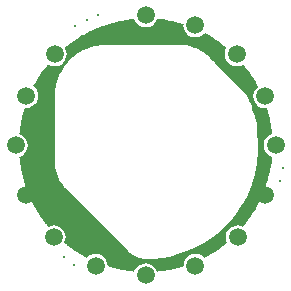
<source format=gbl>
G04*
G04 #@! TF.GenerationSoftware,Altium Limited,Altium Designer,19.1.5 (86)*
G04*
G04 Layer_Physical_Order=2*
G04 Layer_Color=16711680*
%FSAX25Y25*%
%MOIN*%
G70*
G01*
G75*
%ADD12C,0.00984*%
%ADD13C,0.05906*%
G36*
X0149036Y0201314D02*
X0149669Y0200488D01*
X0150495Y0199854D01*
X0151456Y0199456D01*
X0152488Y0199320D01*
X0153520Y0199456D01*
X0154482Y0199854D01*
X0155307Y0200488D01*
X0155941Y0201314D01*
X0156273Y0202117D01*
X0156928Y0202065D01*
X0157215Y0202011D01*
X0157502Y0201937D01*
X0157502Y0201937D01*
X0157987Y0201940D01*
X0159797Y0201653D01*
X0160210Y0201588D01*
X0160466Y0201528D01*
X0160775Y0201441D01*
X0160775Y0201441D01*
X0161265Y0201378D01*
X0163453Y0200853D01*
X0163540Y0200827D01*
X0164004Y0200680D01*
D01*
X0164489Y0200560D01*
X0165092Y0200364D01*
X0165034Y0199928D01*
X0165170Y0198896D01*
X0165569Y0197934D01*
X0166202Y0197109D01*
X0167028Y0196475D01*
X0167990Y0196077D01*
X0169021Y0195941D01*
X0170053Y0196077D01*
X0171015Y0196475D01*
X0171841Y0197109D01*
X0172109Y0197459D01*
X0172764Y0197125D01*
X0172789Y0197112D01*
X0173105Y0196925D01*
X0173110Y0196908D01*
X0173187Y0196876D01*
X0173596Y0196657D01*
X0175541Y0195465D01*
X0175932Y0195163D01*
X0176012Y0195130D01*
X0176435Y0194867D01*
X0178315Y0193501D01*
X0178600Y0193198D01*
X0178814Y0193071D01*
X0178857Y0193045D01*
X0179094Y0192884D01*
X0179515Y0192523D01*
X0179350Y0192308D01*
X0178952Y0191347D01*
X0178816Y0190315D01*
X0178952Y0189283D01*
X0179350Y0188321D01*
X0179984Y0187496D01*
X0180810Y0186862D01*
X0181771Y0186464D01*
X0182803Y0186328D01*
X0183835Y0186464D01*
X0184797Y0186862D01*
X0185012Y0187027D01*
X0185424Y0186544D01*
X0185477Y0186464D01*
X0185560Y0186325D01*
X0185686Y0186112D01*
X0185686Y0186112D01*
X0186031Y0185770D01*
X0187355Y0183947D01*
X0187618Y0183523D01*
X0187651Y0183444D01*
X0187953Y0183053D01*
X0189145Y0181108D01*
X0189174Y0181054D01*
X0189396Y0180622D01*
X0189396Y0180622D01*
X0189655Y0180195D01*
X0189989Y0179538D01*
X0189509Y0179170D01*
X0188875Y0178344D01*
X0188477Y0177383D01*
X0188341Y0176351D01*
X0188477Y0175319D01*
X0188875Y0174357D01*
X0189509Y0173532D01*
X0190334Y0172898D01*
X0191296Y0172500D01*
X0192328Y0172364D01*
X0192906Y0172440D01*
X0193075Y0171919D01*
X0193078Y0171911D01*
X0193176Y0171531D01*
X0193168Y0171516D01*
X0193200Y0171439D01*
X0193341Y0170964D01*
X0193895Y0168655D01*
X0193929Y0168286D01*
X0194016Y0167978D01*
X0194016Y0167978D01*
X0194042Y0167867D01*
X0194076Y0167721D01*
X0194141Y0167309D01*
X0194371Y0165858D01*
X0194449Y0165364D01*
X0194425Y0165014D01*
X0194499Y0164727D01*
Y0164727D01*
X0194520Y0164615D01*
X0194553Y0164439D01*
X0194609Y0163732D01*
X0193774Y0163386D01*
X0192949Y0162752D01*
X0192315Y0161926D01*
X0191917Y0160965D01*
X0191781Y0159933D01*
X0191917Y0158901D01*
X0192315Y0157940D01*
X0192949Y0157114D01*
X0193774Y0156480D01*
X0194599Y0156139D01*
X0194553Y0155561D01*
X0194499Y0155273D01*
X0194425Y0154987D01*
X0194425Y0154987D01*
X0194428Y0154501D01*
X0194141Y0152691D01*
X0194076Y0152278D01*
X0194016Y0152022D01*
X0193930Y0151714D01*
X0193930Y0151714D01*
X0193866Y0151223D01*
X0193341Y0149036D01*
X0193315Y0148948D01*
X0193168Y0148484D01*
D01*
X0193049Y0147999D01*
X0192330Y0145786D01*
X0192171Y0145383D01*
X0192147Y0145322D01*
X0192147Y0145322D01*
X0191984Y0144858D01*
X0191123Y0142780D01*
X0190913Y0142340D01*
X0190912Y0142340D01*
X0190848Y0142193D01*
X0190833Y0142157D01*
X0190674Y0141807D01*
X0190486Y0141438D01*
X0189613Y0139724D01*
X0189601Y0139700D01*
X0189413Y0139383D01*
X0189396Y0139378D01*
X0189364Y0139301D01*
X0189145Y0138892D01*
X0187953Y0136947D01*
X0187651Y0136556D01*
X0187618Y0136477D01*
X0187355Y0136053D01*
X0185989Y0134173D01*
X0185686Y0133888D01*
X0185559Y0133674D01*
X0185533Y0133631D01*
X0185372Y0133395D01*
X0184914Y0132859D01*
X0184229Y0133142D01*
X0183197Y0133278D01*
X0182165Y0133142D01*
X0181203Y0132744D01*
X0180378Y0132111D01*
X0179744Y0131285D01*
X0179346Y0130323D01*
X0179210Y0129291D01*
X0179346Y0128260D01*
X0179630Y0127574D01*
X0179032Y0127064D01*
X0178952Y0127012D01*
X0178813Y0126928D01*
X0178600Y0126802D01*
X0178600Y0126802D01*
X0178258Y0126458D01*
X0176435Y0125133D01*
X0176012Y0124870D01*
X0175932Y0124837D01*
X0175541Y0124535D01*
X0173596Y0123344D01*
X0173542Y0123314D01*
X0173110Y0123092D01*
X0173110Y0123092D01*
X0172683Y0122834D01*
X0172031Y0122502D01*
X0171886Y0122691D01*
X0171060Y0123325D01*
X0170098Y0123723D01*
X0169067Y0123859D01*
X0168035Y0123723D01*
X0167073Y0123325D01*
X0166247Y0122691D01*
X0165614Y0121865D01*
X0165216Y0120904D01*
X0165080Y0119872D01*
X0165110Y0119641D01*
X0164407Y0119413D01*
X0164399Y0119410D01*
X0164019Y0119312D01*
X0164004Y0119320D01*
X0163927Y0119288D01*
X0163453Y0119147D01*
X0161143Y0118593D01*
X0160775Y0118559D01*
X0160466Y0118472D01*
X0160466Y0118472D01*
X0160355Y0118446D01*
X0160210Y0118412D01*
X0159797Y0118347D01*
X0158346Y0118117D01*
X0157852Y0118039D01*
X0157502Y0118063D01*
X0157215Y0117989D01*
X0157215D01*
X0157104Y0117968D01*
X0156928Y0117935D01*
X0156247Y0117881D01*
X0155913Y0118686D01*
X0155280Y0119512D01*
X0154454Y0120146D01*
X0153492Y0120544D01*
X0152461Y0120680D01*
X0151429Y0120544D01*
X0150467Y0120146D01*
X0149642Y0119512D01*
X0149008Y0118686D01*
X0148676Y0117885D01*
X0148049Y0117935D01*
X0147761Y0117989D01*
X0147475Y0118063D01*
X0147475Y0118063D01*
X0146989Y0118060D01*
X0145179Y0118347D01*
X0144767Y0118412D01*
X0144510Y0118472D01*
X0144202Y0118559D01*
X0144202Y0118559D01*
X0143711Y0118622D01*
X0141524Y0119147D01*
X0141436Y0119173D01*
X0140972Y0119320D01*
D01*
X0140488Y0119439D01*
X0139828Y0119654D01*
X0139854Y0119854D01*
X0139718Y0120886D01*
X0139320Y0121848D01*
X0138687Y0122673D01*
X0137861Y0123307D01*
X0136899Y0123705D01*
X0135867Y0123841D01*
X0134836Y0123705D01*
X0133874Y0123307D01*
X0133048Y0122673D01*
X0132924Y0122512D01*
X0132212Y0122875D01*
X0132188Y0122888D01*
X0131871Y0123075D01*
X0131867Y0123092D01*
X0131789Y0123124D01*
X0131380Y0123344D01*
X0129435Y0124535D01*
X0129044Y0124837D01*
X0128965Y0124870D01*
X0128541Y0125133D01*
X0126661Y0126499D01*
X0126376Y0126802D01*
X0126162Y0126929D01*
X0126119Y0126955D01*
X0125883Y0127116D01*
X0125347Y0127574D01*
X0125630Y0128260D01*
X0125766Y0129291D01*
X0125630Y0130323D01*
X0125232Y0131285D01*
X0124599Y0132111D01*
X0123773Y0132744D01*
X0122811Y0133142D01*
X0121780Y0133278D01*
X0120748Y0133142D01*
X0120062Y0132859D01*
X0119552Y0133456D01*
X0119500Y0133536D01*
X0119417Y0133675D01*
X0119290Y0133888D01*
X0119290Y0133888D01*
X0118946Y0134230D01*
X0117621Y0136053D01*
X0117358Y0136477D01*
X0117325Y0136556D01*
X0117023Y0136947D01*
X0115832Y0138892D01*
X0115803Y0138946D01*
X0115580Y0139378D01*
X0115580Y0139378D01*
X0115322Y0139805D01*
X0114263Y0141883D01*
X0114137Y0142173D01*
X0114065Y0142340D01*
X0114064Y0142340D01*
X0113851Y0142785D01*
X0112993Y0144858D01*
X0112829Y0145322D01*
X0112829Y0145322D01*
X0112809Y0145373D01*
X0112755Y0145512D01*
X0112622Y0145863D01*
X0111901Y0148081D01*
X0111899Y0148089D01*
X0111800Y0148469D01*
X0111809Y0148484D01*
X0111776Y0148561D01*
X0111635Y0149036D01*
X0111081Y0151345D01*
X0111047Y0151714D01*
X0110960Y0152022D01*
X0110960Y0152022D01*
X0110934Y0152133D01*
X0110900Y0152278D01*
X0110835Y0152691D01*
X0110605Y0154142D01*
X0110527Y0154636D01*
X0110551Y0154987D01*
X0110477Y0155273D01*
Y0155273D01*
X0110456Y0155385D01*
X0110423Y0155561D01*
X0110377Y0156150D01*
X0111174Y0156480D01*
X0112000Y0157114D01*
X0112634Y0157940D01*
X0113032Y0158901D01*
X0113168Y0159933D01*
X0113032Y0160965D01*
X0112634Y0161926D01*
X0112000Y0162752D01*
X0111174Y0163386D01*
X0110366Y0163721D01*
X0110423Y0164439D01*
X0110477Y0164727D01*
X0110551Y0165014D01*
X0110551Y0165014D01*
X0110548Y0165499D01*
X0110835Y0167309D01*
X0110900Y0167721D01*
X0110960Y0167978D01*
X0111047Y0168286D01*
X0111047Y0168286D01*
X0111110Y0168777D01*
X0111635Y0170964D01*
X0111661Y0171052D01*
X0111809Y0171516D01*
D01*
X0111928Y0172001D01*
X0112100Y0172530D01*
X0112685Y0172453D01*
X0113717Y0172589D01*
X0114678Y0172987D01*
X0115504Y0173621D01*
X0116138Y0174446D01*
X0116536Y0175408D01*
X0116672Y0176440D01*
X0116536Y0177472D01*
X0116138Y0178433D01*
X0115504Y0179259D01*
X0115030Y0179622D01*
X0115363Y0180276D01*
X0115376Y0180300D01*
X0115563Y0180617D01*
X0115580Y0180622D01*
X0115612Y0180699D01*
X0115832Y0181108D01*
X0117023Y0183053D01*
X0117325Y0183444D01*
X0117358Y0183523D01*
X0117621Y0183947D01*
X0118987Y0185827D01*
X0119290Y0186112D01*
X0119417Y0186326D01*
X0119443Y0186369D01*
X0119605Y0186605D01*
X0119965Y0187027D01*
X0120180Y0186862D01*
X0121141Y0186464D01*
X0122173Y0186328D01*
X0123205Y0186464D01*
X0124167Y0186862D01*
X0124992Y0187496D01*
X0125626Y0188321D01*
X0126024Y0189283D01*
X0126160Y0190315D01*
X0126024Y0191347D01*
X0125626Y0192308D01*
X0125461Y0192523D01*
X0125944Y0192936D01*
X0125964Y0192953D01*
X0125969Y0192956D01*
X0126376Y0193198D01*
X0126376D01*
X0126377Y0193202D01*
X0126713Y0193539D01*
X0128541Y0194867D01*
X0128965Y0195130D01*
X0129044Y0195163D01*
X0129435Y0195465D01*
X0131380Y0196657D01*
X0131434Y0196686D01*
X0131866Y0196908D01*
X0131867Y0196908D01*
X0132293Y0197166D01*
X0133926Y0197998D01*
X0134372Y0198225D01*
X0134661Y0198351D01*
X0134828Y0198424D01*
X0134828Y0198424D01*
X0135274Y0198637D01*
X0137346Y0199495D01*
X0137810Y0199659D01*
X0137810Y0199659D01*
X0137862Y0199679D01*
X0138000Y0199734D01*
X0138351Y0199866D01*
X0140569Y0200587D01*
X0140577Y0200590D01*
X0140957Y0200688D01*
X0140972Y0200680D01*
X0141049Y0200712D01*
X0141524Y0200853D01*
X0143833Y0201407D01*
X0144202Y0201441D01*
X0144510Y0201528D01*
X0144510Y0201528D01*
X0144621Y0201554D01*
X0144767Y0201588D01*
X0145179Y0201653D01*
X0146631Y0201883D01*
X0147125Y0201961D01*
X0147475Y0201937D01*
X0147761Y0202011D01*
X0147761D01*
X0147873Y0202032D01*
X0148049Y0202065D01*
X0148703Y0202117D01*
X0149036Y0201314D01*
D02*
G37*
%LPC*%
G36*
X0139052Y0193550D02*
X0138598Y0193437D01*
X0138039Y0193437D01*
X0137959Y0193421D01*
X0137879Y0193427D01*
X0135869Y0193163D01*
X0135793Y0193137D01*
X0135713Y0193132D01*
X0133754Y0192608D01*
X0133682Y0192573D01*
X0133603Y0192557D01*
X0131730Y0191782D01*
X0131663Y0191737D01*
X0131587Y0191711D01*
X0129831Y0190698D01*
X0129771Y0190645D01*
X0129698Y0190609D01*
X0128090Y0189376D01*
X0128037Y0189315D01*
X0127970Y0189270D01*
X0126537Y0187837D01*
X0126492Y0187770D01*
X0126431Y0187717D01*
X0125198Y0186109D01*
X0125162Y0186036D01*
X0125109Y0185976D01*
X0124096Y0184220D01*
X0124070Y0184144D01*
X0124025Y0184077D01*
X0123250Y0182204D01*
X0123234Y0182125D01*
X0123198Y0182053D01*
X0122675Y0180094D01*
X0122669Y0180014D01*
X0122644Y0179938D01*
X0122380Y0177928D01*
X0122385Y0177847D01*
X0122370Y0177768D01*
X0122370Y0177209D01*
X0122257Y0176755D01*
X0122257D01*
X0122361Y0176298D01*
X0122370Y0176255D01*
Y0154209D01*
X0122257Y0153709D01*
X0122257Y0153709D01*
X0122262Y0153698D01*
X0122370Y0153590D01*
X0122370Y0152744D01*
X0122374Y0152725D01*
Y0152724D01*
X0122394Y0152626D01*
Y0152525D01*
X0122394Y0152525D01*
Y0152506D01*
X0122771Y0150611D01*
X0122778Y0150594D01*
X0122778Y0150593D01*
X0122816Y0150501D01*
X0122836Y0150402D01*
X0122836Y0150401D01*
X0122840Y0150383D01*
X0123579Y0148599D01*
X0123590Y0148583D01*
X0123590Y0148582D01*
X0123646Y0148499D01*
X0123684Y0148406D01*
X0123684Y0148405D01*
X0123692Y0148388D01*
X0124765Y0146782D01*
X0124778Y0146768D01*
X0124778Y0146768D01*
X0124849Y0146697D01*
X0124905Y0146614D01*
X0124906Y0146613D01*
X0124916Y0146597D01*
X0125270Y0146243D01*
X0125515Y0145844D01*
X0125519Y0145834D01*
X0125523Y0145839D01*
X0125914Y0145600D01*
X0146636Y0124877D01*
X0146913Y0124469D01*
X0146933Y0124420D01*
X0146943Y0124416D01*
X0147373Y0124140D01*
X0147483Y0124030D01*
X0147499Y0124019D01*
X0147500Y0124019D01*
X0147583Y0123963D01*
X0147654Y0123892D01*
X0147655Y0123892D01*
X0147668Y0123878D01*
X0148774Y0123140D01*
X0148791Y0123132D01*
X0148792Y0123132D01*
X0148884Y0123093D01*
X0148968Y0123038D01*
X0148968Y0123038D01*
X0148984Y0123027D01*
X0150213Y0122518D01*
X0150231Y0122514D01*
X0150232Y0122514D01*
X0150330Y0122495D01*
X0150423Y0122456D01*
X0150424Y0122456D01*
X0150442Y0122449D01*
X0151745Y0122189D01*
X0151764D01*
X0151765Y0122189D01*
X0151865Y0122189D01*
X0151964Y0122170D01*
X0151964D01*
X0151983Y0122166D01*
X0152535Y0122166D01*
X0152648Y0122053D01*
X0152648Y0122053D01*
X0152761Y0122166D01*
X0154425Y0122166D01*
X0154484Y0122178D01*
X0154545Y0122172D01*
X0158082Y0122520D01*
X0158140Y0122538D01*
X0158201D01*
X0161687Y0123231D01*
X0161743Y0123254D01*
X0161803Y0123260D01*
X0165205Y0124292D01*
X0165258Y0124321D01*
X0165318Y0124332D01*
X0168602Y0125693D01*
X0168652Y0125726D01*
X0168710Y0125744D01*
X0171845Y0127420D01*
X0171892Y0127458D01*
X0171948Y0127481D01*
X0174904Y0129456D01*
X0174946Y0129499D01*
X0175000Y0129527D01*
X0177748Y0131782D01*
X0177786Y0131829D01*
X0177836Y0131863D01*
X0180350Y0134376D01*
X0180384Y0134427D01*
X0180430Y0134465D01*
X0182685Y0137213D01*
X0182714Y0137266D01*
X0182757Y0137309D01*
X0184732Y0140265D01*
X0184755Y0140321D01*
X0184793Y0140368D01*
X0186469Y0143502D01*
X0186486Y0143560D01*
X0186520Y0143611D01*
X0187880Y0146895D01*
X0187892Y0146954D01*
X0187921Y0147008D01*
X0188953Y0150409D01*
X0188959Y0150470D01*
X0188982Y0150525D01*
X0189675Y0154012D01*
Y0154072D01*
X0189693Y0154130D01*
X0190041Y0157668D01*
X0190035Y0157728D01*
X0190047Y0157788D01*
X0190047Y0159556D01*
X0190036Y0159610D01*
X0190042Y0159664D01*
X0189534Y0165417D01*
X0189551Y0165601D01*
X0189579Y0165904D01*
X0189596Y0165946D01*
X0189556Y0166043D01*
X0189505Y0166425D01*
X0189489Y0166557D01*
X0189440Y0167299D01*
X0189424Y0167360D01*
X0189426Y0167424D01*
X0189283Y0168257D01*
X0189261Y0168316D01*
X0189256Y0168379D01*
X0189069Y0169050D01*
X0188941Y0169516D01*
X0188930Y0169551D01*
X0188799Y0169959D01*
X0188652Y0170474D01*
X0188622Y0170531D01*
X0188611Y0170593D01*
X0188395Y0171131D01*
X0188360Y0171185D01*
X0188342Y0171246D01*
X0188072Y0171758D01*
X0188032Y0171808D01*
X0188008Y0171867D01*
X0187979Y0171910D01*
X0187964Y0172023D01*
X0187944Y0172081D01*
X0187942Y0172141D01*
X0187782Y0172825D01*
X0187757Y0172880D01*
X0187749Y0172940D01*
X0187522Y0173604D01*
X0187492Y0173657D01*
X0187478Y0173716D01*
X0187187Y0174355D01*
X0187152Y0174404D01*
X0187132Y0174461D01*
X0187091Y0174532D01*
X0186993Y0174770D01*
X0186972Y0174847D01*
X0186946Y0174901D01*
X0186936Y0174961D01*
X0186696Y0175609D01*
X0186664Y0175661D01*
X0186648Y0175719D01*
X0186345Y0176340D01*
X0186309Y0176388D01*
X0186287Y0176445D01*
X0185925Y0177033D01*
X0185883Y0177078D01*
X0185857Y0177132D01*
X0185656Y0177397D01*
X0185593Y0177452D01*
X0185547Y0177521D01*
X0175909Y0187159D01*
X0175602Y0187552D01*
X0175550Y0187678D01*
X0175176Y0187981D01*
X0175101Y0188075D01*
X0175055Y0188114D01*
X0175022Y0188165D01*
X0174020Y0189202D01*
X0173970Y0189237D01*
X0173933Y0189284D01*
X0172834Y0190218D01*
X0172781Y0190248D01*
X0172739Y0190291D01*
X0171554Y0191113D01*
X0171498Y0191137D01*
X0171452Y0191176D01*
X0170192Y0191878D01*
X0170134Y0191897D01*
X0170084Y0191931D01*
X0168762Y0192506D01*
X0168702Y0192519D01*
X0168649Y0192548D01*
X0167277Y0192991D01*
X0167217Y0192998D01*
X0167161Y0193022D01*
X0165752Y0193327D01*
X0165691Y0193328D01*
X0165633Y0193347D01*
X0164928Y0193428D01*
X0164858Y0193423D01*
X0164788Y0193437D01*
X0139552Y0193437D01*
X0139056Y0193549D01*
X0139052Y0193550D01*
D02*
G37*
%LPD*%
D12*
X0198315Y0152520D02*
D03*
X0197252Y0148150D02*
D03*
X0136728Y0203413D02*
D03*
X0132902Y0201760D02*
D03*
X0129051Y0199752D02*
D03*
X0128736Y0120236D02*
D03*
X0125087Y0122598D02*
D03*
D13*
X0122173Y0190315D02*
D03*
X0112685Y0176440D02*
D03*
X0109181Y0159933D02*
D03*
X0112554Y0143386D02*
D03*
X0121780Y0129291D02*
D03*
X0135867Y0119854D02*
D03*
X0152461Y0116693D02*
D03*
X0169067Y0119872D02*
D03*
X0183197Y0129291D02*
D03*
X0192340Y0143416D02*
D03*
X0195768Y0159933D02*
D03*
X0192328Y0176351D02*
D03*
X0182803Y0190315D02*
D03*
X0169021Y0199928D02*
D03*
X0152488Y0203307D02*
D03*
M02*

</source>
